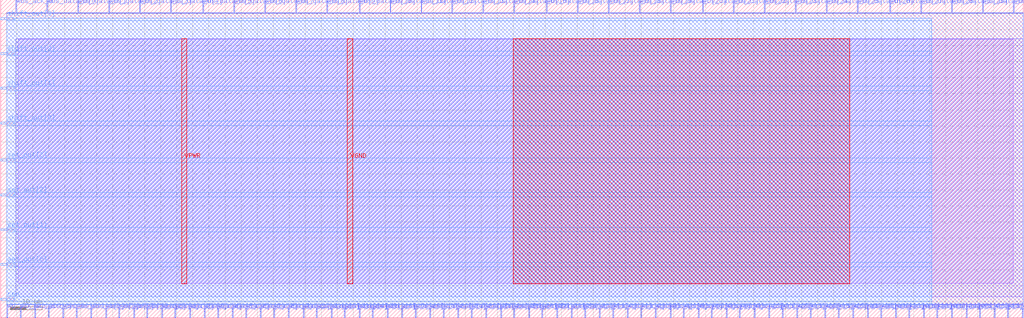
<source format=lef>
VERSION 5.7 ;
  NOWIREEXTENSIONATPIN ON ;
  DIVIDERCHAR "/" ;
  BUSBITCHARS "[]" ;
MACRO wishbone_configuratorinator_00
  CLASS BLOCK ;
  FOREIGN wishbone_configuratorinator_00 ;
  ORIGIN 0.000 0.000 ;
  SIZE 319.170 BY 99.415 ;
  PIN cen
    DIRECTION OUTPUT TRISTATE ;
    PORT
      LAYER met3 ;
        RECT 0.000 5.480 4.000 6.080 ;
    END
  END cen
  PIN set_out[0]
    DIRECTION OUTPUT TRISTATE ;
    PORT
      LAYER met3 ;
        RECT 0.000 16.360 4.000 16.960 ;
    END
  END set_out[0]
  PIN set_out[1]
    DIRECTION OUTPUT TRISTATE ;
    PORT
      LAYER met3 ;
        RECT 0.000 27.240 4.000 27.840 ;
    END
  END set_out[1]
  PIN set_out[2]
    DIRECTION OUTPUT TRISTATE ;
    PORT
      LAYER met3 ;
        RECT 0.000 38.120 4.000 38.720 ;
    END
  END set_out[2]
  PIN set_out[3]
    DIRECTION OUTPUT TRISTATE ;
    PORT
      LAYER met3 ;
        RECT 0.000 49.000 4.000 49.600 ;
    END
  END set_out[3]
  PIN shift_out[0]
    DIRECTION OUTPUT TRISTATE ;
    PORT
      LAYER met3 ;
        RECT 0.000 60.560 4.000 61.160 ;
    END
  END shift_out[0]
  PIN shift_out[1]
    DIRECTION OUTPUT TRISTATE ;
    PORT
      LAYER met3 ;
        RECT 0.000 71.440 4.000 72.040 ;
    END
  END shift_out[1]
  PIN shift_out[2]
    DIRECTION OUTPUT TRISTATE ;
    PORT
      LAYER met3 ;
        RECT 0.000 82.320 4.000 82.920 ;
    END
  END shift_out[2]
  PIN shift_out[3]
    DIRECTION OUTPUT TRISTATE ;
    PORT
      LAYER met3 ;
        RECT 0.000 93.200 4.000 93.800 ;
    END
  END shift_out[3]
  PIN wb_clk_i
    DIRECTION INPUT ;
    PORT
      LAYER met2 ;
        RECT 1.930 0.000 2.210 4.000 ;
    END
  END wb_clk_i
  PIN wb_rst_i
    DIRECTION INPUT ;
    PORT
      LAYER met2 ;
        RECT 6.070 0.000 6.350 4.000 ;
    END
  END wb_rst_i
  PIN wbs_ack_o
    DIRECTION OUTPUT TRISTATE ;
    PORT
      LAYER met2 ;
        RECT 4.690 95.415 4.970 99.415 ;
    END
  END wbs_ack_o
  PIN wbs_addr_i[0]
    DIRECTION INPUT ;
    PORT
      LAYER met2 ;
        RECT 182.250 0.000 182.530 4.000 ;
    END
  END wbs_addr_i[0]
  PIN wbs_addr_i[10]
    DIRECTION INPUT ;
    PORT
      LAYER met2 ;
        RECT 226.410 0.000 226.690 4.000 ;
    END
  END wbs_addr_i[10]
  PIN wbs_addr_i[11]
    DIRECTION INPUT ;
    PORT
      LAYER met2 ;
        RECT 230.550 0.000 230.830 4.000 ;
    END
  END wbs_addr_i[11]
  PIN wbs_addr_i[12]
    DIRECTION INPUT ;
    PORT
      LAYER met2 ;
        RECT 235.150 0.000 235.430 4.000 ;
    END
  END wbs_addr_i[12]
  PIN wbs_addr_i[13]
    DIRECTION INPUT ;
    PORT
      LAYER met2 ;
        RECT 239.750 0.000 240.030 4.000 ;
    END
  END wbs_addr_i[13]
  PIN wbs_addr_i[14]
    DIRECTION INPUT ;
    PORT
      LAYER met2 ;
        RECT 243.890 0.000 244.170 4.000 ;
    END
  END wbs_addr_i[14]
  PIN wbs_addr_i[15]
    DIRECTION INPUT ;
    PORT
      LAYER met2 ;
        RECT 248.490 0.000 248.770 4.000 ;
    END
  END wbs_addr_i[15]
  PIN wbs_addr_i[16]
    DIRECTION INPUT ;
    PORT
      LAYER met2 ;
        RECT 252.630 0.000 252.910 4.000 ;
    END
  END wbs_addr_i[16]
  PIN wbs_addr_i[17]
    DIRECTION INPUT ;
    PORT
      LAYER met2 ;
        RECT 257.230 0.000 257.510 4.000 ;
    END
  END wbs_addr_i[17]
  PIN wbs_addr_i[18]
    DIRECTION INPUT ;
    PORT
      LAYER met2 ;
        RECT 261.370 0.000 261.650 4.000 ;
    END
  END wbs_addr_i[18]
  PIN wbs_addr_i[19]
    DIRECTION INPUT ;
    PORT
      LAYER met2 ;
        RECT 265.970 0.000 266.250 4.000 ;
    END
  END wbs_addr_i[19]
  PIN wbs_addr_i[1]
    DIRECTION INPUT ;
    PORT
      LAYER met2 ;
        RECT 186.850 0.000 187.130 4.000 ;
    END
  END wbs_addr_i[1]
  PIN wbs_addr_i[20]
    DIRECTION INPUT ;
    PORT
      LAYER met2 ;
        RECT 270.570 0.000 270.850 4.000 ;
    END
  END wbs_addr_i[20]
  PIN wbs_addr_i[21]
    DIRECTION INPUT ;
    PORT
      LAYER met2 ;
        RECT 274.710 0.000 274.990 4.000 ;
    END
  END wbs_addr_i[21]
  PIN wbs_addr_i[22]
    DIRECTION INPUT ;
    PORT
      LAYER met2 ;
        RECT 279.310 0.000 279.590 4.000 ;
    END
  END wbs_addr_i[22]
  PIN wbs_addr_i[23]
    DIRECTION INPUT ;
    PORT
      LAYER met2 ;
        RECT 283.450 0.000 283.730 4.000 ;
    END
  END wbs_addr_i[23]
  PIN wbs_addr_i[24]
    DIRECTION INPUT ;
    PORT
      LAYER met2 ;
        RECT 288.050 0.000 288.330 4.000 ;
    END
  END wbs_addr_i[24]
  PIN wbs_addr_i[25]
    DIRECTION INPUT ;
    PORT
      LAYER met2 ;
        RECT 292.190 0.000 292.470 4.000 ;
    END
  END wbs_addr_i[25]
  PIN wbs_addr_i[26]
    DIRECTION INPUT ;
    PORT
      LAYER met2 ;
        RECT 296.790 0.000 297.070 4.000 ;
    END
  END wbs_addr_i[26]
  PIN wbs_addr_i[27]
    DIRECTION INPUT ;
    PORT
      LAYER met2 ;
        RECT 301.390 0.000 301.670 4.000 ;
    END
  END wbs_addr_i[27]
  PIN wbs_addr_i[28]
    DIRECTION INPUT ;
    PORT
      LAYER met2 ;
        RECT 305.530 0.000 305.810 4.000 ;
    END
  END wbs_addr_i[28]
  PIN wbs_addr_i[29]
    DIRECTION INPUT ;
    PORT
      LAYER met2 ;
        RECT 310.130 0.000 310.410 4.000 ;
    END
  END wbs_addr_i[29]
  PIN wbs_addr_i[2]
    DIRECTION INPUT ;
    PORT
      LAYER met2 ;
        RECT 190.990 0.000 191.270 4.000 ;
    END
  END wbs_addr_i[2]
  PIN wbs_addr_i[30]
    DIRECTION INPUT ;
    PORT
      LAYER met2 ;
        RECT 314.270 0.000 314.550 4.000 ;
    END
  END wbs_addr_i[30]
  PIN wbs_addr_i[31]
    DIRECTION INPUT ;
    PORT
      LAYER met2 ;
        RECT 318.870 0.000 319.150 4.000 ;
    END
  END wbs_addr_i[31]
  PIN wbs_addr_i[3]
    DIRECTION INPUT ;
    PORT
      LAYER met2 ;
        RECT 195.590 0.000 195.870 4.000 ;
    END
  END wbs_addr_i[3]
  PIN wbs_addr_i[4]
    DIRECTION INPUT ;
    PORT
      LAYER met2 ;
        RECT 199.730 0.000 200.010 4.000 ;
    END
  END wbs_addr_i[4]
  PIN wbs_addr_i[5]
    DIRECTION INPUT ;
    PORT
      LAYER met2 ;
        RECT 204.330 0.000 204.610 4.000 ;
    END
  END wbs_addr_i[5]
  PIN wbs_addr_i[6]
    DIRECTION INPUT ;
    PORT
      LAYER met2 ;
        RECT 208.930 0.000 209.210 4.000 ;
    END
  END wbs_addr_i[6]
  PIN wbs_addr_i[7]
    DIRECTION INPUT ;
    PORT
      LAYER met2 ;
        RECT 213.070 0.000 213.350 4.000 ;
    END
  END wbs_addr_i[7]
  PIN wbs_addr_i[8]
    DIRECTION INPUT ;
    PORT
      LAYER met2 ;
        RECT 217.670 0.000 217.950 4.000 ;
    END
  END wbs_addr_i[8]
  PIN wbs_addr_i[9]
    DIRECTION INPUT ;
    PORT
      LAYER met2 ;
        RECT 221.810 0.000 222.090 4.000 ;
    END
  END wbs_addr_i[9]
  PIN wbs_cyc_i
    DIRECTION INPUT ;
    PORT
      LAYER met2 ;
        RECT 14.810 0.000 15.090 4.000 ;
    END
  END wbs_cyc_i
  PIN wbs_data_i[0]
    DIRECTION INPUT ;
    PORT
      LAYER met2 ;
        RECT 41.490 0.000 41.770 4.000 ;
    END
  END wbs_data_i[0]
  PIN wbs_data_i[10]
    DIRECTION INPUT ;
    PORT
      LAYER met2 ;
        RECT 85.190 0.000 85.470 4.000 ;
    END
  END wbs_data_i[10]
  PIN wbs_data_i[11]
    DIRECTION INPUT ;
    PORT
      LAYER met2 ;
        RECT 89.790 0.000 90.070 4.000 ;
    END
  END wbs_data_i[11]
  PIN wbs_data_i[12]
    DIRECTION INPUT ;
    PORT
      LAYER met2 ;
        RECT 94.390 0.000 94.670 4.000 ;
    END
  END wbs_data_i[12]
  PIN wbs_data_i[13]
    DIRECTION INPUT ;
    PORT
      LAYER met2 ;
        RECT 98.530 0.000 98.810 4.000 ;
    END
  END wbs_data_i[13]
  PIN wbs_data_i[14]
    DIRECTION INPUT ;
    PORT
      LAYER met2 ;
        RECT 103.130 0.000 103.410 4.000 ;
    END
  END wbs_data_i[14]
  PIN wbs_data_i[15]
    DIRECTION INPUT ;
    PORT
      LAYER met2 ;
        RECT 107.270 0.000 107.550 4.000 ;
    END
  END wbs_data_i[15]
  PIN wbs_data_i[16]
    DIRECTION INPUT ;
    PORT
      LAYER met2 ;
        RECT 111.870 0.000 112.150 4.000 ;
    END
  END wbs_data_i[16]
  PIN wbs_data_i[17]
    DIRECTION INPUT ;
    PORT
      LAYER met2 ;
        RECT 116.010 0.000 116.290 4.000 ;
    END
  END wbs_data_i[17]
  PIN wbs_data_i[18]
    DIRECTION INPUT ;
    PORT
      LAYER met2 ;
        RECT 120.610 0.000 120.890 4.000 ;
    END
  END wbs_data_i[18]
  PIN wbs_data_i[19]
    DIRECTION INPUT ;
    PORT
      LAYER met2 ;
        RECT 125.210 0.000 125.490 4.000 ;
    END
  END wbs_data_i[19]
  PIN wbs_data_i[1]
    DIRECTION INPUT ;
    PORT
      LAYER met2 ;
        RECT 45.630 0.000 45.910 4.000 ;
    END
  END wbs_data_i[1]
  PIN wbs_data_i[20]
    DIRECTION INPUT ;
    PORT
      LAYER met2 ;
        RECT 129.350 0.000 129.630 4.000 ;
    END
  END wbs_data_i[20]
  PIN wbs_data_i[21]
    DIRECTION INPUT ;
    PORT
      LAYER met2 ;
        RECT 133.950 0.000 134.230 4.000 ;
    END
  END wbs_data_i[21]
  PIN wbs_data_i[22]
    DIRECTION INPUT ;
    PORT
      LAYER met2 ;
        RECT 138.090 0.000 138.370 4.000 ;
    END
  END wbs_data_i[22]
  PIN wbs_data_i[23]
    DIRECTION INPUT ;
    PORT
      LAYER met2 ;
        RECT 142.690 0.000 142.970 4.000 ;
    END
  END wbs_data_i[23]
  PIN wbs_data_i[24]
    DIRECTION INPUT ;
    PORT
      LAYER met2 ;
        RECT 146.830 0.000 147.110 4.000 ;
    END
  END wbs_data_i[24]
  PIN wbs_data_i[25]
    DIRECTION INPUT ;
    PORT
      LAYER met2 ;
        RECT 151.430 0.000 151.710 4.000 ;
    END
  END wbs_data_i[25]
  PIN wbs_data_i[26]
    DIRECTION INPUT ;
    PORT
      LAYER met2 ;
        RECT 156.030 0.000 156.310 4.000 ;
    END
  END wbs_data_i[26]
  PIN wbs_data_i[27]
    DIRECTION INPUT ;
    PORT
      LAYER met2 ;
        RECT 160.170 0.000 160.450 4.000 ;
    END
  END wbs_data_i[27]
  PIN wbs_data_i[28]
    DIRECTION INPUT ;
    PORT
      LAYER met2 ;
        RECT 164.770 0.000 165.050 4.000 ;
    END
  END wbs_data_i[28]
  PIN wbs_data_i[29]
    DIRECTION INPUT ;
    PORT
      LAYER met2 ;
        RECT 168.910 0.000 169.190 4.000 ;
    END
  END wbs_data_i[29]
  PIN wbs_data_i[2]
    DIRECTION INPUT ;
    PORT
      LAYER met2 ;
        RECT 50.230 0.000 50.510 4.000 ;
    END
  END wbs_data_i[2]
  PIN wbs_data_i[30]
    DIRECTION INPUT ;
    PORT
      LAYER met2 ;
        RECT 173.510 0.000 173.790 4.000 ;
    END
  END wbs_data_i[30]
  PIN wbs_data_i[31]
    DIRECTION INPUT ;
    PORT
      LAYER met2 ;
        RECT 178.110 0.000 178.390 4.000 ;
    END
  END wbs_data_i[31]
  PIN wbs_data_i[3]
    DIRECTION INPUT ;
    PORT
      LAYER met2 ;
        RECT 54.370 0.000 54.650 4.000 ;
    END
  END wbs_data_i[3]
  PIN wbs_data_i[4]
    DIRECTION INPUT ;
    PORT
      LAYER met2 ;
        RECT 58.970 0.000 59.250 4.000 ;
    END
  END wbs_data_i[4]
  PIN wbs_data_i[5]
    DIRECTION INPUT ;
    PORT
      LAYER met2 ;
        RECT 63.570 0.000 63.850 4.000 ;
    END
  END wbs_data_i[5]
  PIN wbs_data_i[6]
    DIRECTION INPUT ;
    PORT
      LAYER met2 ;
        RECT 67.710 0.000 67.990 4.000 ;
    END
  END wbs_data_i[6]
  PIN wbs_data_i[7]
    DIRECTION INPUT ;
    PORT
      LAYER met2 ;
        RECT 72.310 0.000 72.590 4.000 ;
    END
  END wbs_data_i[7]
  PIN wbs_data_i[8]
    DIRECTION INPUT ;
    PORT
      LAYER met2 ;
        RECT 76.450 0.000 76.730 4.000 ;
    END
  END wbs_data_i[8]
  PIN wbs_data_i[9]
    DIRECTION INPUT ;
    PORT
      LAYER met2 ;
        RECT 81.050 0.000 81.330 4.000 ;
    END
  END wbs_data_i[9]
  PIN wbs_data_o[0]
    DIRECTION OUTPUT TRISTATE ;
    PORT
      LAYER met2 ;
        RECT 14.350 95.415 14.630 99.415 ;
    END
  END wbs_data_o[0]
  PIN wbs_data_o[10]
    DIRECTION OUTPUT TRISTATE ;
    PORT
      LAYER met2 ;
        RECT 111.870 95.415 112.150 99.415 ;
    END
  END wbs_data_o[10]
  PIN wbs_data_o[11]
    DIRECTION OUTPUT TRISTATE ;
    PORT
      LAYER met2 ;
        RECT 121.530 95.415 121.810 99.415 ;
    END
  END wbs_data_o[11]
  PIN wbs_data_o[12]
    DIRECTION OUTPUT TRISTATE ;
    PORT
      LAYER met2 ;
        RECT 131.190 95.415 131.470 99.415 ;
    END
  END wbs_data_o[12]
  PIN wbs_data_o[13]
    DIRECTION OUTPUT TRISTATE ;
    PORT
      LAYER met2 ;
        RECT 140.850 95.415 141.130 99.415 ;
    END
  END wbs_data_o[13]
  PIN wbs_data_o[14]
    DIRECTION OUTPUT TRISTATE ;
    PORT
      LAYER met2 ;
        RECT 150.510 95.415 150.790 99.415 ;
    END
  END wbs_data_o[14]
  PIN wbs_data_o[15]
    DIRECTION OUTPUT TRISTATE ;
    PORT
      LAYER met2 ;
        RECT 160.170 95.415 160.450 99.415 ;
    END
  END wbs_data_o[15]
  PIN wbs_data_o[16]
    DIRECTION OUTPUT TRISTATE ;
    PORT
      LAYER met2 ;
        RECT 170.290 95.415 170.570 99.415 ;
    END
  END wbs_data_o[16]
  PIN wbs_data_o[17]
    DIRECTION OUTPUT TRISTATE ;
    PORT
      LAYER met2 ;
        RECT 179.950 95.415 180.230 99.415 ;
    END
  END wbs_data_o[17]
  PIN wbs_data_o[18]
    DIRECTION OUTPUT TRISTATE ;
    PORT
      LAYER met2 ;
        RECT 189.610 95.415 189.890 99.415 ;
    END
  END wbs_data_o[18]
  PIN wbs_data_o[19]
    DIRECTION OUTPUT TRISTATE ;
    PORT
      LAYER met2 ;
        RECT 199.270 95.415 199.550 99.415 ;
    END
  END wbs_data_o[19]
  PIN wbs_data_o[1]
    DIRECTION OUTPUT TRISTATE ;
    PORT
      LAYER met2 ;
        RECT 24.010 95.415 24.290 99.415 ;
    END
  END wbs_data_o[1]
  PIN wbs_data_o[20]
    DIRECTION OUTPUT TRISTATE ;
    PORT
      LAYER met2 ;
        RECT 208.930 95.415 209.210 99.415 ;
    END
  END wbs_data_o[20]
  PIN wbs_data_o[21]
    DIRECTION OUTPUT TRISTATE ;
    PORT
      LAYER met2 ;
        RECT 219.050 95.415 219.330 99.415 ;
    END
  END wbs_data_o[21]
  PIN wbs_data_o[22]
    DIRECTION OUTPUT TRISTATE ;
    PORT
      LAYER met2 ;
        RECT 228.710 95.415 228.990 99.415 ;
    END
  END wbs_data_o[22]
  PIN wbs_data_o[23]
    DIRECTION OUTPUT TRISTATE ;
    PORT
      LAYER met2 ;
        RECT 238.370 95.415 238.650 99.415 ;
    END
  END wbs_data_o[23]
  PIN wbs_data_o[24]
    DIRECTION OUTPUT TRISTATE ;
    PORT
      LAYER met2 ;
        RECT 248.030 95.415 248.310 99.415 ;
    END
  END wbs_data_o[24]
  PIN wbs_data_o[25]
    DIRECTION OUTPUT TRISTATE ;
    PORT
      LAYER met2 ;
        RECT 257.690 95.415 257.970 99.415 ;
    END
  END wbs_data_o[25]
  PIN wbs_data_o[26]
    DIRECTION OUTPUT TRISTATE ;
    PORT
      LAYER met2 ;
        RECT 267.350 95.415 267.630 99.415 ;
    END
  END wbs_data_o[26]
  PIN wbs_data_o[27]
    DIRECTION OUTPUT TRISTATE ;
    PORT
      LAYER met2 ;
        RECT 277.470 95.415 277.750 99.415 ;
    END
  END wbs_data_o[27]
  PIN wbs_data_o[28]
    DIRECTION OUTPUT TRISTATE ;
    PORT
      LAYER met2 ;
        RECT 287.130 95.415 287.410 99.415 ;
    END
  END wbs_data_o[28]
  PIN wbs_data_o[29]
    DIRECTION OUTPUT TRISTATE ;
    PORT
      LAYER met2 ;
        RECT 296.790 95.415 297.070 99.415 ;
    END
  END wbs_data_o[29]
  PIN wbs_data_o[2]
    DIRECTION OUTPUT TRISTATE ;
    PORT
      LAYER met2 ;
        RECT 33.670 95.415 33.950 99.415 ;
    END
  END wbs_data_o[2]
  PIN wbs_data_o[30]
    DIRECTION OUTPUT TRISTATE ;
    PORT
      LAYER met2 ;
        RECT 306.450 95.415 306.730 99.415 ;
    END
  END wbs_data_o[30]
  PIN wbs_data_o[31]
    DIRECTION OUTPUT TRISTATE ;
    PORT
      LAYER met2 ;
        RECT 316.110 95.415 316.390 99.415 ;
    END
  END wbs_data_o[31]
  PIN wbs_data_o[3]
    DIRECTION OUTPUT TRISTATE ;
    PORT
      LAYER met2 ;
        RECT 43.330 95.415 43.610 99.415 ;
    END
  END wbs_data_o[3]
  PIN wbs_data_o[4]
    DIRECTION OUTPUT TRISTATE ;
    PORT
      LAYER met2 ;
        RECT 52.990 95.415 53.270 99.415 ;
    END
  END wbs_data_o[4]
  PIN wbs_data_o[5]
    DIRECTION OUTPUT TRISTATE ;
    PORT
      LAYER met2 ;
        RECT 63.110 95.415 63.390 99.415 ;
    END
  END wbs_data_o[5]
  PIN wbs_data_o[6]
    DIRECTION OUTPUT TRISTATE ;
    PORT
      LAYER met2 ;
        RECT 72.770 95.415 73.050 99.415 ;
    END
  END wbs_data_o[6]
  PIN wbs_data_o[7]
    DIRECTION OUTPUT TRISTATE ;
    PORT
      LAYER met2 ;
        RECT 82.430 95.415 82.710 99.415 ;
    END
  END wbs_data_o[7]
  PIN wbs_data_o[8]
    DIRECTION OUTPUT TRISTATE ;
    PORT
      LAYER met2 ;
        RECT 92.090 95.415 92.370 99.415 ;
    END
  END wbs_data_o[8]
  PIN wbs_data_o[9]
    DIRECTION OUTPUT TRISTATE ;
    PORT
      LAYER met2 ;
        RECT 101.750 95.415 102.030 99.415 ;
    END
  END wbs_data_o[9]
  PIN wbs_sel_i[0]
    DIRECTION INPUT ;
    PORT
      LAYER met2 ;
        RECT 23.550 0.000 23.830 4.000 ;
    END
  END wbs_sel_i[0]
  PIN wbs_sel_i[1]
    DIRECTION INPUT ;
    PORT
      LAYER met2 ;
        RECT 28.150 0.000 28.430 4.000 ;
    END
  END wbs_sel_i[1]
  PIN wbs_sel_i[2]
    DIRECTION INPUT ;
    PORT
      LAYER met2 ;
        RECT 32.750 0.000 33.030 4.000 ;
    END
  END wbs_sel_i[2]
  PIN wbs_sel_i[3]
    DIRECTION INPUT ;
    PORT
      LAYER met2 ;
        RECT 36.890 0.000 37.170 4.000 ;
    END
  END wbs_sel_i[3]
  PIN wbs_stb_i
    DIRECTION INPUT ;
    PORT
      LAYER met2 ;
        RECT 10.670 0.000 10.950 4.000 ;
    END
  END wbs_stb_i
  PIN wbs_we_i
    DIRECTION INPUT ;
    PORT
      LAYER met2 ;
        RECT 19.410 0.000 19.690 4.000 ;
    END
  END wbs_we_i
  PIN VPWR
    DIRECTION INPUT ;
    USE POWER ;
    PORT
      LAYER met4 ;
        RECT 56.470 10.640 58.070 87.280 ;
    END
  END VPWR
  PIN VGND
    DIRECTION INPUT ;
    USE GROUND ;
    PORT
      LAYER met4 ;
        RECT 108.220 10.640 109.820 87.280 ;
    END
  END VGND
  OBS
      LAYER li1 ;
        RECT 5.520 10.795 316.020 87.125 ;
      LAYER met1 ;
        RECT 4.670 6.500 319.170 87.280 ;
      LAYER met2 ;
        RECT 1.930 95.135 4.410 95.415 ;
        RECT 5.250 95.135 14.070 95.415 ;
        RECT 14.910 95.135 23.730 95.415 ;
        RECT 24.570 95.135 33.390 95.415 ;
        RECT 34.230 95.135 43.050 95.415 ;
        RECT 43.890 95.135 52.710 95.415 ;
        RECT 53.550 95.135 62.830 95.415 ;
        RECT 63.670 95.135 72.490 95.415 ;
        RECT 73.330 95.135 82.150 95.415 ;
        RECT 82.990 95.135 91.810 95.415 ;
        RECT 92.650 95.135 101.470 95.415 ;
        RECT 102.310 95.135 111.590 95.415 ;
        RECT 112.430 95.135 121.250 95.415 ;
        RECT 122.090 95.135 130.910 95.415 ;
        RECT 131.750 95.135 140.570 95.415 ;
        RECT 141.410 95.135 150.230 95.415 ;
        RECT 151.070 95.135 159.890 95.415 ;
        RECT 160.730 95.135 170.010 95.415 ;
        RECT 170.850 95.135 179.670 95.415 ;
        RECT 180.510 95.135 189.330 95.415 ;
        RECT 190.170 95.135 198.990 95.415 ;
        RECT 199.830 95.135 208.650 95.415 ;
        RECT 209.490 95.135 218.770 95.415 ;
        RECT 219.610 95.135 228.430 95.415 ;
        RECT 229.270 95.135 238.090 95.415 ;
        RECT 238.930 95.135 247.750 95.415 ;
        RECT 248.590 95.135 257.410 95.415 ;
        RECT 258.250 95.135 267.070 95.415 ;
        RECT 267.910 95.135 277.190 95.415 ;
        RECT 278.030 95.135 286.850 95.415 ;
        RECT 287.690 95.135 296.510 95.415 ;
        RECT 297.350 95.135 306.170 95.415 ;
        RECT 307.010 95.135 315.830 95.415 ;
        RECT 316.670 95.135 319.140 95.415 ;
        RECT 1.930 4.280 319.140 95.135 ;
        RECT 2.490 4.000 5.790 4.280 ;
        RECT 6.630 4.000 10.390 4.280 ;
        RECT 11.230 4.000 14.530 4.280 ;
        RECT 15.370 4.000 19.130 4.280 ;
        RECT 19.970 4.000 23.270 4.280 ;
        RECT 24.110 4.000 27.870 4.280 ;
        RECT 28.710 4.000 32.470 4.280 ;
        RECT 33.310 4.000 36.610 4.280 ;
        RECT 37.450 4.000 41.210 4.280 ;
        RECT 42.050 4.000 45.350 4.280 ;
        RECT 46.190 4.000 49.950 4.280 ;
        RECT 50.790 4.000 54.090 4.280 ;
        RECT 54.930 4.000 58.690 4.280 ;
        RECT 59.530 4.000 63.290 4.280 ;
        RECT 64.130 4.000 67.430 4.280 ;
        RECT 68.270 4.000 72.030 4.280 ;
        RECT 72.870 4.000 76.170 4.280 ;
        RECT 77.010 4.000 80.770 4.280 ;
        RECT 81.610 4.000 84.910 4.280 ;
        RECT 85.750 4.000 89.510 4.280 ;
        RECT 90.350 4.000 94.110 4.280 ;
        RECT 94.950 4.000 98.250 4.280 ;
        RECT 99.090 4.000 102.850 4.280 ;
        RECT 103.690 4.000 106.990 4.280 ;
        RECT 107.830 4.000 111.590 4.280 ;
        RECT 112.430 4.000 115.730 4.280 ;
        RECT 116.570 4.000 120.330 4.280 ;
        RECT 121.170 4.000 124.930 4.280 ;
        RECT 125.770 4.000 129.070 4.280 ;
        RECT 129.910 4.000 133.670 4.280 ;
        RECT 134.510 4.000 137.810 4.280 ;
        RECT 138.650 4.000 142.410 4.280 ;
        RECT 143.250 4.000 146.550 4.280 ;
        RECT 147.390 4.000 151.150 4.280 ;
        RECT 151.990 4.000 155.750 4.280 ;
        RECT 156.590 4.000 159.890 4.280 ;
        RECT 160.730 4.000 164.490 4.280 ;
        RECT 165.330 4.000 168.630 4.280 ;
        RECT 169.470 4.000 173.230 4.280 ;
        RECT 174.070 4.000 177.830 4.280 ;
        RECT 178.670 4.000 181.970 4.280 ;
        RECT 182.810 4.000 186.570 4.280 ;
        RECT 187.410 4.000 190.710 4.280 ;
        RECT 191.550 4.000 195.310 4.280 ;
        RECT 196.150 4.000 199.450 4.280 ;
        RECT 200.290 4.000 204.050 4.280 ;
        RECT 204.890 4.000 208.650 4.280 ;
        RECT 209.490 4.000 212.790 4.280 ;
        RECT 213.630 4.000 217.390 4.280 ;
        RECT 218.230 4.000 221.530 4.280 ;
        RECT 222.370 4.000 226.130 4.280 ;
        RECT 226.970 4.000 230.270 4.280 ;
        RECT 231.110 4.000 234.870 4.280 ;
        RECT 235.710 4.000 239.470 4.280 ;
        RECT 240.310 4.000 243.610 4.280 ;
        RECT 244.450 4.000 248.210 4.280 ;
        RECT 249.050 4.000 252.350 4.280 ;
        RECT 253.190 4.000 256.950 4.280 ;
        RECT 257.790 4.000 261.090 4.280 ;
        RECT 261.930 4.000 265.690 4.280 ;
        RECT 266.530 4.000 270.290 4.280 ;
        RECT 271.130 4.000 274.430 4.280 ;
        RECT 275.270 4.000 279.030 4.280 ;
        RECT 279.870 4.000 283.170 4.280 ;
        RECT 284.010 4.000 287.770 4.280 ;
        RECT 288.610 4.000 291.910 4.280 ;
        RECT 292.750 4.000 296.510 4.280 ;
        RECT 297.350 4.000 301.110 4.280 ;
        RECT 301.950 4.000 305.250 4.280 ;
        RECT 306.090 4.000 309.850 4.280 ;
        RECT 310.690 4.000 313.990 4.280 ;
        RECT 314.830 4.000 318.590 4.280 ;
      LAYER met3 ;
        RECT 4.400 92.800 290.655 93.665 ;
        RECT 1.905 83.320 290.655 92.800 ;
        RECT 4.400 81.920 290.655 83.320 ;
        RECT 1.905 72.440 290.655 81.920 ;
        RECT 4.400 71.040 290.655 72.440 ;
        RECT 1.905 61.560 290.655 71.040 ;
        RECT 4.400 60.160 290.655 61.560 ;
        RECT 1.905 50.000 290.655 60.160 ;
        RECT 4.400 48.600 290.655 50.000 ;
        RECT 1.905 39.120 290.655 48.600 ;
        RECT 4.400 37.720 290.655 39.120 ;
        RECT 1.905 28.240 290.655 37.720 ;
        RECT 4.400 26.840 290.655 28.240 ;
        RECT 1.905 17.360 290.655 26.840 ;
        RECT 4.400 15.960 290.655 17.360 ;
        RECT 1.905 6.480 290.655 15.960 ;
        RECT 4.400 5.080 290.655 6.480 ;
        RECT 1.905 4.255 290.655 5.080 ;
      LAYER met4 ;
        RECT 159.970 10.640 265.070 87.280 ;
  END
END wishbone_configuratorinator_00
END LIBRARY


</source>
